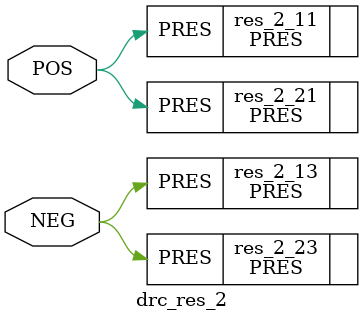
<source format=v>



module drc_res_2 (inout NEG, POS);

    

    PRES res_2_11 (.PRES(POS));
    PRES2 res_2_12 ();
    PRES res_2_13 (.PRES(NEG));

    PRES res_2_21 (.PRES(POS));
    PRES2 res_2_22 ();
    PRES res_2_23 (.PRES(NEG));
endmodule 




</source>
